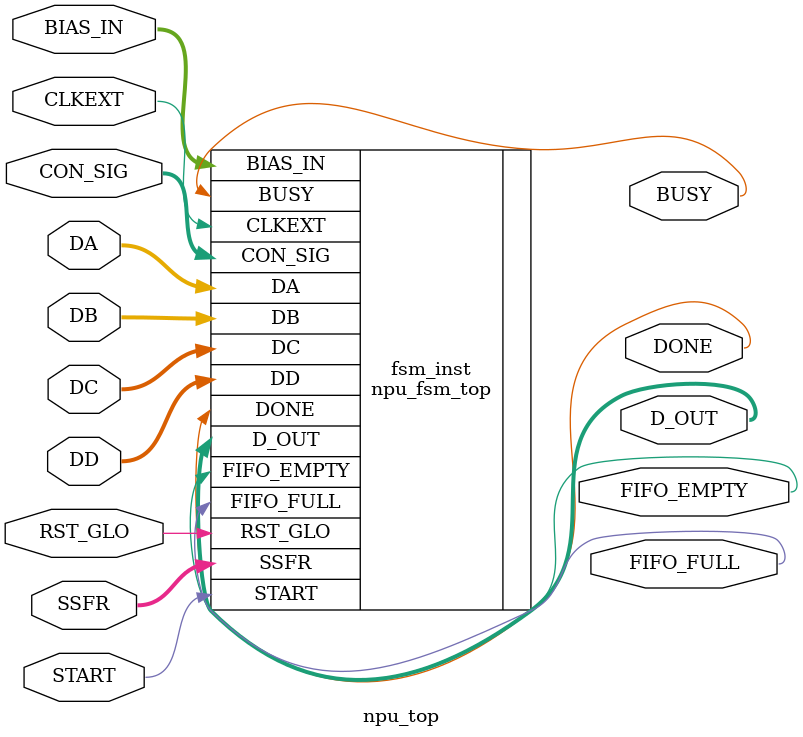
<source format=v>

module npu_top (
    input  wire        CLKEXT,      // main clock
    input  wire        RST_GLO,     // global reset (active high)
    input  wire        START,       // start pulse (1-cycle) to begin operation

    // configuration / status
    input  wire [15:0] SSFR,        // status / control register (debug)
    input  wire [15:0] CON_SIG,     // group of control signals (debug)

    // data inputs (4 lanes)
    input  wire [7:0]  DA,
    input  wire [7:0]  DB,
    input  wire [7:0]  DC,
    input  wire [7:0]  DD,

    // bias
    input  wire [7:0]  BIAS_IN,

    // primary output
    output wire [7:0]  D_OUT,       // final multiplexed output
    output wire        FIFO_FULL,
    output wire        FIFO_EMPTY,

    // status
    output wire        BUSY,
    output wire        DONE
);

    // Instanciar o módulo FSM principal
    npu_fsm_top fsm_inst (
        .CLKEXT(CLKEXT),
        .RST_GLO(RST_GLO),
        .START(START),
        .SSFR(SSFR),
        .CON_SIG(CON_SIG),
        .DA(DA),
        .DB(DB),
        .DC(DC),
        .DD(DD),
        .BIAS_IN(BIAS_IN),
        .D_OUT(D_OUT),
        .FIFO_FULL(FIFO_FULL),
        .FIFO_EMPTY(FIFO_EMPTY),
        .BUSY(BUSY),
        .DONE(DONE)
    );

endmodule

</source>
